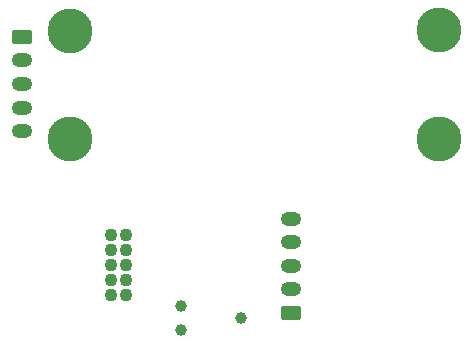
<source format=gbr>
%TF.GenerationSoftware,KiCad,Pcbnew,8.0.3*%
%TF.CreationDate,2025-09-30T21:19:20-04:00*%
%TF.ProjectId,NewHallSensorsLimitSwitches,4e657748-616c-46c5-9365-6e736f72734c,rev?*%
%TF.SameCoordinates,Original*%
%TF.FileFunction,Soldermask,Bot*%
%TF.FilePolarity,Negative*%
%FSLAX46Y46*%
G04 Gerber Fmt 4.6, Leading zero omitted, Abs format (unit mm)*
G04 Created by KiCad (PCBNEW 8.0.3) date 2025-09-30 21:19:20*
%MOMM*%
%LPD*%
G01*
G04 APERTURE LIST*
G04 Aperture macros list*
%AMRoundRect*
0 Rectangle with rounded corners*
0 $1 Rounding radius*
0 $2 $3 $4 $5 $6 $7 $8 $9 X,Y pos of 4 corners*
0 Add a 4 corners polygon primitive as box body*
4,1,4,$2,$3,$4,$5,$6,$7,$8,$9,$2,$3,0*
0 Add four circle primitives for the rounded corners*
1,1,$1+$1,$2,$3*
1,1,$1+$1,$4,$5*
1,1,$1+$1,$6,$7*
1,1,$1+$1,$8,$9*
0 Add four rect primitives between the rounded corners*
20,1,$1+$1,$2,$3,$4,$5,0*
20,1,$1+$1,$4,$5,$6,$7,0*
20,1,$1+$1,$6,$7,$8,$9,0*
20,1,$1+$1,$8,$9,$2,$3,0*%
G04 Aperture macros list end*
%ADD10RoundRect,0.250000X-0.625000X0.350000X-0.625000X-0.350000X0.625000X-0.350000X0.625000X0.350000X0*%
%ADD11O,1.750000X1.200000*%
%ADD12C,3.800000*%
%ADD13RoundRect,0.250000X0.625000X-0.350000X0.625000X0.350000X-0.625000X0.350000X-0.625000X-0.350000X0*%
%ADD14C,1.100000*%
%ADD15C,0.990600*%
G04 APERTURE END LIST*
D10*
%TO.C,Je1*%
X146040000Y-106010000D03*
D11*
X146040000Y-108010000D03*
X146040000Y-110010000D03*
X146040000Y-112010000D03*
X146040000Y-114010000D03*
%TD*%
D12*
%TO.C,H8*%
X181375000Y-114660000D03*
%TD*%
%TO.C,H8*%
X150125000Y-114650000D03*
%TD*%
D13*
%TO.C,Je2*%
X168855000Y-129405000D03*
D11*
X168855000Y-127405000D03*
X168855000Y-125405000D03*
X168855000Y-123405000D03*
X168855000Y-121405000D03*
%TD*%
D14*
%TO.C,J3*%
X153605000Y-122815000D03*
X154875000Y-122815000D03*
X153605000Y-124085000D03*
X154875000Y-124085000D03*
X153605000Y-125355000D03*
X154875000Y-125355000D03*
X153605000Y-126625000D03*
X154875000Y-126625000D03*
X153605000Y-127895000D03*
X154875000Y-127895000D03*
%TD*%
D12*
%TO.C,H7*%
X150120000Y-105500000D03*
%TD*%
D15*
%TO.C,J2*%
X164595000Y-129820000D03*
X159515000Y-130836000D03*
X159515000Y-128804000D03*
%TD*%
D12*
%TO.C,H7*%
X181350000Y-105480000D03*
%TD*%
M02*

</source>
